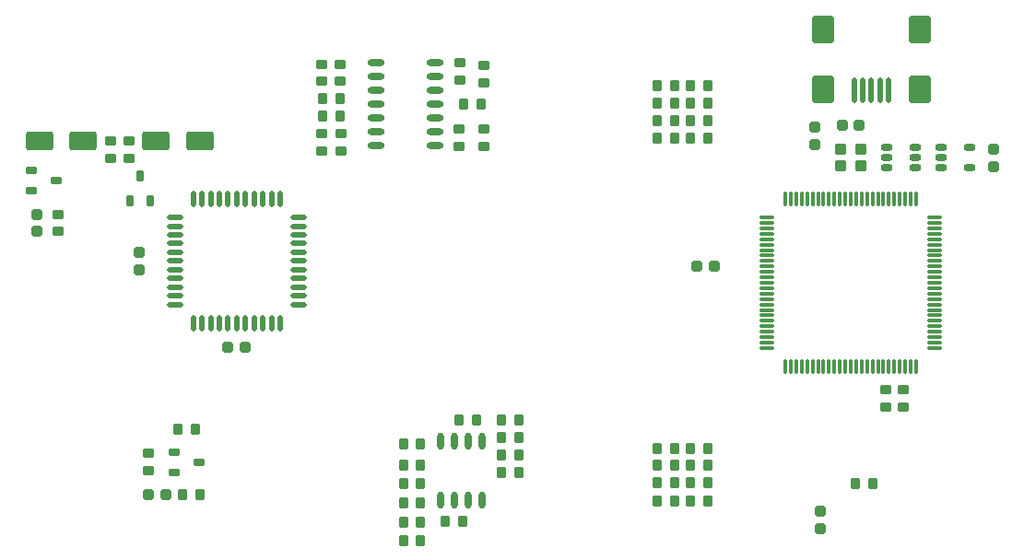
<source format=gtp>
G04*
G04 #@! TF.GenerationSoftware,Altium Limited,Altium Designer,19.0.4 (130)*
G04*
G04 Layer_Color=8421504*
%FSLAX44Y44*%
%MOMM*%
G71*
G01*
G75*
G04:AMPARAMS|DCode=15|XSize=1.05mm|YSize=0.65mm|CornerRadius=0.2015mm|HoleSize=0mm|Usage=FLASHONLY|Rotation=90.000|XOffset=0mm|YOffset=0mm|HoleType=Round|Shape=RoundedRectangle|*
%AMROUNDEDRECTD15*
21,1,1.0500,0.2470,0,0,90.0*
21,1,0.6470,0.6500,0,0,90.0*
1,1,0.4030,0.1235,0.3235*
1,1,0.4030,0.1235,-0.3235*
1,1,0.4030,-0.1235,-0.3235*
1,1,0.4030,-0.1235,0.3235*
%
%ADD15ROUNDEDRECTD15*%
G04:AMPARAMS|DCode=16|XSize=1mm|YSize=0.9mm|CornerRadius=0.198mm|HoleSize=0mm|Usage=FLASHONLY|Rotation=0.000|XOffset=0mm|YOffset=0mm|HoleType=Round|Shape=RoundedRectangle|*
%AMROUNDEDRECTD16*
21,1,1.0000,0.5040,0,0,0.0*
21,1,0.6040,0.9000,0,0,0.0*
1,1,0.3960,0.3020,-0.2520*
1,1,0.3960,-0.3020,-0.2520*
1,1,0.3960,-0.3020,0.2520*
1,1,0.3960,0.3020,0.2520*
%
%ADD16ROUNDEDRECTD16*%
G04:AMPARAMS|DCode=17|XSize=1.05mm|YSize=0.65mm|CornerRadius=0.2015mm|HoleSize=0mm|Usage=FLASHONLY|Rotation=0.000|XOffset=0mm|YOffset=0mm|HoleType=Round|Shape=RoundedRectangle|*
%AMROUNDEDRECTD17*
21,1,1.0500,0.2470,0,0,0.0*
21,1,0.6470,0.6500,0,0,0.0*
1,1,0.4030,0.3235,-0.1235*
1,1,0.4030,-0.3235,-0.1235*
1,1,0.4030,-0.3235,0.1235*
1,1,0.4030,0.3235,0.1235*
%
%ADD17ROUNDEDRECTD17*%
G04:AMPARAMS|DCode=18|XSize=2.5mm|YSize=1.7mm|CornerRadius=0.204mm|HoleSize=0mm|Usage=FLASHONLY|Rotation=0.000|XOffset=0mm|YOffset=0mm|HoleType=Round|Shape=RoundedRectangle|*
%AMROUNDEDRECTD18*
21,1,2.5000,1.2920,0,0,0.0*
21,1,2.0920,1.7000,0,0,0.0*
1,1,0.4080,1.0460,-0.6460*
1,1,0.4080,-1.0460,-0.6460*
1,1,0.4080,-1.0460,0.6460*
1,1,0.4080,1.0460,0.6460*
%
%ADD18ROUNDEDRECTD18*%
G04:AMPARAMS|DCode=19|XSize=1mm|YSize=0.9mm|CornerRadius=0.198mm|HoleSize=0mm|Usage=FLASHONLY|Rotation=270.000|XOffset=0mm|YOffset=0mm|HoleType=Round|Shape=RoundedRectangle|*
%AMROUNDEDRECTD19*
21,1,1.0000,0.5040,0,0,270.0*
21,1,0.6040,0.9000,0,0,270.0*
1,1,0.3960,-0.2520,-0.3020*
1,1,0.3960,-0.2520,0.3020*
1,1,0.3960,0.2520,0.3020*
1,1,0.3960,0.2520,-0.3020*
%
%ADD19ROUNDEDRECTD19*%
%ADD20O,0.6000X1.5500*%
%ADD21O,1.5500X0.6000*%
G04:AMPARAMS|DCode=22|XSize=1mm|YSize=0.95mm|CornerRadius=0.1995mm|HoleSize=0mm|Usage=FLASHONLY|Rotation=270.000|XOffset=0mm|YOffset=0mm|HoleType=Round|Shape=RoundedRectangle|*
%AMROUNDEDRECTD22*
21,1,1.0000,0.5510,0,0,270.0*
21,1,0.6010,0.9500,0,0,270.0*
1,1,0.3990,-0.2755,-0.3005*
1,1,0.3990,-0.2755,0.3005*
1,1,0.3990,0.2755,0.3005*
1,1,0.3990,0.2755,-0.3005*
%
%ADD22ROUNDEDRECTD22*%
G04:AMPARAMS|DCode=23|XSize=1.1mm|YSize=0.6mm|CornerRadius=0.201mm|HoleSize=0mm|Usage=FLASHONLY|Rotation=0.000|XOffset=0mm|YOffset=0mm|HoleType=Round|Shape=RoundedRectangle|*
%AMROUNDEDRECTD23*
21,1,1.1000,0.1980,0,0,0.0*
21,1,0.6980,0.6000,0,0,0.0*
1,1,0.4020,0.3490,-0.0990*
1,1,0.4020,-0.3490,-0.0990*
1,1,0.4020,-0.3490,0.0990*
1,1,0.4020,0.3490,0.0990*
%
%ADD23ROUNDEDRECTD23*%
G04:AMPARAMS|DCode=24|XSize=1mm|YSize=0.95mm|CornerRadius=0.1995mm|HoleSize=0mm|Usage=FLASHONLY|Rotation=180.000|XOffset=0mm|YOffset=0mm|HoleType=Round|Shape=RoundedRectangle|*
%AMROUNDEDRECTD24*
21,1,1.0000,0.5510,0,0,180.0*
21,1,0.6010,0.9500,0,0,180.0*
1,1,0.3990,-0.3005,0.2755*
1,1,0.3990,0.3005,0.2755*
1,1,0.3990,0.3005,-0.2755*
1,1,0.3990,-0.3005,-0.2755*
%
%ADD24ROUNDEDRECTD24*%
G04:AMPARAMS|DCode=25|XSize=1.1mm|YSize=1mm|CornerRadius=0.165mm|HoleSize=0mm|Usage=FLASHONLY|Rotation=0.000|XOffset=0mm|YOffset=0mm|HoleType=Round|Shape=RoundedRectangle|*
%AMROUNDEDRECTD25*
21,1,1.1000,0.6700,0,0,0.0*
21,1,0.7700,1.0000,0,0,0.0*
1,1,0.3300,0.3850,-0.3350*
1,1,0.3300,-0.3850,-0.3350*
1,1,0.3300,-0.3850,0.3350*
1,1,0.3300,0.3850,0.3350*
%
%ADD25ROUNDEDRECTD25*%
G04:AMPARAMS|DCode=26|XSize=2.3mm|YSize=0.5mm|CornerRadius=0.2mm|HoleSize=0mm|Usage=FLASHONLY|Rotation=270.000|XOffset=0mm|YOffset=0mm|HoleType=Round|Shape=RoundedRectangle|*
%AMROUNDEDRECTD26*
21,1,2.3000,0.1000,0,0,270.0*
21,1,1.9000,0.5000,0,0,270.0*
1,1,0.4000,-0.0500,-0.9500*
1,1,0.4000,-0.0500,0.9500*
1,1,0.4000,0.0500,0.9500*
1,1,0.4000,0.0500,-0.9500*
%
%ADD26ROUNDEDRECTD26*%
G04:AMPARAMS|DCode=27|XSize=2.5mm|YSize=2mm|CornerRadius=0.2mm|HoleSize=0mm|Usage=FLASHONLY|Rotation=270.000|XOffset=0mm|YOffset=0mm|HoleType=Round|Shape=RoundedRectangle|*
%AMROUNDEDRECTD27*
21,1,2.5000,1.6000,0,0,270.0*
21,1,2.1000,2.0000,0,0,270.0*
1,1,0.4000,-0.8000,-1.0500*
1,1,0.4000,-0.8000,1.0500*
1,1,0.4000,0.8000,1.0500*
1,1,0.4000,0.8000,-1.0500*
%
%ADD27ROUNDEDRECTD27*%
%ADD28O,0.3000X1.5000*%
%ADD29O,1.5000X0.3000*%
%ADD30O,0.5500X1.5000*%
%ADD31O,1.5000X0.5500*%
D15*
X126000Y348500D02*
D03*
X135500Y325500D02*
D03*
X116500D02*
D03*
D16*
X116000Y364000D02*
D03*
Y380000D02*
D03*
X99000Y364000D02*
D03*
Y380000D02*
D03*
X293077Y387000D02*
D03*
Y371000D02*
D03*
X811000Y152000D02*
D03*
Y136000D02*
D03*
X827000Y152000D02*
D03*
Y136000D02*
D03*
X419077Y391000D02*
D03*
Y375000D02*
D03*
X311077Y387000D02*
D03*
Y371000D02*
D03*
X420077Y436000D02*
D03*
Y452000D02*
D03*
X310077Y435000D02*
D03*
Y451000D02*
D03*
X442077Y375000D02*
D03*
Y391000D02*
D03*
Y450000D02*
D03*
Y434000D02*
D03*
X293077Y451000D02*
D03*
Y435000D02*
D03*
X134000Y93000D02*
D03*
Y77000D02*
D03*
X51000Y297000D02*
D03*
Y313000D02*
D03*
D17*
X49500Y344000D02*
D03*
X26500Y334500D02*
D03*
Y353500D02*
D03*
X157500Y94500D02*
D03*
Y75500D02*
D03*
X180500Y85000D02*
D03*
D18*
X181020Y380000D02*
D03*
X141020D02*
D03*
X74000D02*
D03*
X34000D02*
D03*
D19*
X632000Y98000D02*
D03*
X648000D02*
D03*
X632000Y49000D02*
D03*
X648000D02*
D03*
X632000Y66000D02*
D03*
X648000D02*
D03*
X632000Y82000D02*
D03*
X648000D02*
D03*
X632000Y399000D02*
D03*
X648000D02*
D03*
X632000Y415000D02*
D03*
X648000D02*
D03*
X632000Y431000D02*
D03*
X648000D02*
D03*
X632000Y383000D02*
D03*
X648000D02*
D03*
X458000Y75500D02*
D03*
X474000D02*
D03*
X617000Y49000D02*
D03*
X601000D02*
D03*
X458000Y123500D02*
D03*
X474000D02*
D03*
X617000Y98000D02*
D03*
X601000D02*
D03*
X435350Y123500D02*
D03*
X419350D02*
D03*
X474000Y91500D02*
D03*
X458000D02*
D03*
X601000Y66000D02*
D03*
X617000D02*
D03*
X474000Y107500D02*
D03*
X458000D02*
D03*
X601000Y82000D02*
D03*
X617000D02*
D03*
X384000Y47500D02*
D03*
X368000D02*
D03*
X617000Y383000D02*
D03*
X601000D02*
D03*
X384000Y101500D02*
D03*
X368000D02*
D03*
X617000Y431000D02*
D03*
X601000D02*
D03*
X422650Y30500D02*
D03*
X406650D02*
D03*
X368000Y82500D02*
D03*
X384000D02*
D03*
X601000Y415000D02*
D03*
X617000D02*
D03*
X368000Y65500D02*
D03*
X384000D02*
D03*
X601000Y399000D02*
D03*
X617000D02*
D03*
X368000Y30000D02*
D03*
X384000D02*
D03*
X368000Y13000D02*
D03*
X384000D02*
D03*
X294077Y419000D02*
D03*
X310077D02*
D03*
X439077Y414000D02*
D03*
X423077D02*
D03*
X294077Y403000D02*
D03*
X310077D02*
D03*
X165000Y55000D02*
D03*
X181000D02*
D03*
X177000Y115000D02*
D03*
X161000D02*
D03*
X799000Y65000D02*
D03*
X783000D02*
D03*
D20*
X440050Y49968D02*
D03*
X427350D02*
D03*
X414650D02*
D03*
X401954D02*
D03*
Y103968D02*
D03*
X414650D02*
D03*
X427350D02*
D03*
X440050D02*
D03*
D21*
X343077Y452100D02*
D03*
Y439400D02*
D03*
Y426700D02*
D03*
Y414000D02*
D03*
Y401300D02*
D03*
Y388600D02*
D03*
Y375900D02*
D03*
X397077D02*
D03*
Y388600D02*
D03*
Y401300D02*
D03*
Y414000D02*
D03*
Y426700D02*
D03*
Y439400D02*
D03*
Y452100D02*
D03*
D22*
X150000Y55000D02*
D03*
X134000D02*
D03*
X207000Y191000D02*
D03*
X223000D02*
D03*
X771000Y395000D02*
D03*
X787000D02*
D03*
X638000Y265000D02*
D03*
X654000D02*
D03*
D23*
X888000Y374500D02*
D03*
Y355500D02*
D03*
X862000D02*
D03*
Y365000D02*
D03*
Y374500D02*
D03*
X812000Y355500D02*
D03*
Y365000D02*
D03*
Y374500D02*
D03*
X838000D02*
D03*
Y365000D02*
D03*
Y355500D02*
D03*
D24*
X910000Y357000D02*
D03*
Y373000D02*
D03*
X746000Y393000D02*
D03*
Y377000D02*
D03*
X751000Y24000D02*
D03*
Y40000D02*
D03*
X31000Y297000D02*
D03*
Y313000D02*
D03*
X125000Y278000D02*
D03*
Y262000D02*
D03*
D25*
X788500Y357500D02*
D03*
X769500D02*
D03*
Y372500D02*
D03*
X788500D02*
D03*
D26*
X814000Y427000D02*
D03*
X806000D02*
D03*
X798000D02*
D03*
X790000D02*
D03*
X782000D02*
D03*
D27*
X753500Y428000D02*
D03*
Y483000D02*
D03*
X842500D02*
D03*
Y428000D02*
D03*
D28*
X719000Y173000D02*
D03*
X724000D02*
D03*
X729000D02*
D03*
X734000D02*
D03*
X739000D02*
D03*
X744000D02*
D03*
X749000D02*
D03*
X754000D02*
D03*
X759000D02*
D03*
X764000D02*
D03*
X769000D02*
D03*
X774000D02*
D03*
X779000D02*
D03*
X784000D02*
D03*
X789000D02*
D03*
X794000D02*
D03*
X799000D02*
D03*
X804000D02*
D03*
X809000D02*
D03*
X814000D02*
D03*
X819000D02*
D03*
X824000D02*
D03*
X829000D02*
D03*
X834000D02*
D03*
X839000D02*
D03*
Y327000D02*
D03*
X834000D02*
D03*
X829000D02*
D03*
X824000D02*
D03*
X819000D02*
D03*
X814000D02*
D03*
X809000D02*
D03*
X804000D02*
D03*
X799000D02*
D03*
X794000D02*
D03*
X789000D02*
D03*
X784000D02*
D03*
X779000D02*
D03*
X774000D02*
D03*
X769000D02*
D03*
X764000D02*
D03*
X759000D02*
D03*
X754000D02*
D03*
X749000D02*
D03*
X744000D02*
D03*
X739000D02*
D03*
X734000D02*
D03*
X729000D02*
D03*
X724000D02*
D03*
X719000D02*
D03*
D29*
X856000Y190000D02*
D03*
Y195000D02*
D03*
Y200000D02*
D03*
Y205000D02*
D03*
Y210000D02*
D03*
Y215000D02*
D03*
Y220000D02*
D03*
Y225000D02*
D03*
Y230000D02*
D03*
Y235000D02*
D03*
Y240000D02*
D03*
Y245000D02*
D03*
Y250000D02*
D03*
Y255000D02*
D03*
Y260000D02*
D03*
Y265000D02*
D03*
Y270000D02*
D03*
Y275000D02*
D03*
Y280000D02*
D03*
Y285000D02*
D03*
Y290000D02*
D03*
Y295000D02*
D03*
Y300000D02*
D03*
Y305000D02*
D03*
Y310000D02*
D03*
X702000D02*
D03*
Y305000D02*
D03*
Y300000D02*
D03*
Y295000D02*
D03*
Y290000D02*
D03*
Y285000D02*
D03*
Y280000D02*
D03*
Y275000D02*
D03*
Y270000D02*
D03*
Y265000D02*
D03*
Y260000D02*
D03*
Y255000D02*
D03*
Y250000D02*
D03*
Y245000D02*
D03*
Y240000D02*
D03*
Y235000D02*
D03*
Y230000D02*
D03*
Y225000D02*
D03*
Y220000D02*
D03*
Y215000D02*
D03*
Y210000D02*
D03*
Y205000D02*
D03*
Y200000D02*
D03*
Y195000D02*
D03*
Y190000D02*
D03*
D30*
X175000Y327000D02*
D03*
X183000D02*
D03*
X191000D02*
D03*
X199000D02*
D03*
X207000D02*
D03*
X215000D02*
D03*
X223000D02*
D03*
X231000D02*
D03*
X239000D02*
D03*
X247000D02*
D03*
X255000D02*
D03*
Y213000D02*
D03*
X247000D02*
D03*
X239000D02*
D03*
X231000D02*
D03*
X223000D02*
D03*
X215000D02*
D03*
X207000D02*
D03*
X199000D02*
D03*
X191000D02*
D03*
X183000D02*
D03*
X175000D02*
D03*
D31*
X272000Y310000D02*
D03*
Y302000D02*
D03*
Y294000D02*
D03*
Y286000D02*
D03*
Y278000D02*
D03*
Y270000D02*
D03*
Y262000D02*
D03*
Y254000D02*
D03*
Y246000D02*
D03*
Y238000D02*
D03*
Y230000D02*
D03*
X158000D02*
D03*
Y238000D02*
D03*
Y246000D02*
D03*
Y254000D02*
D03*
Y262000D02*
D03*
Y270000D02*
D03*
Y278000D02*
D03*
Y286000D02*
D03*
Y294000D02*
D03*
Y302000D02*
D03*
Y310000D02*
D03*
M02*

</source>
